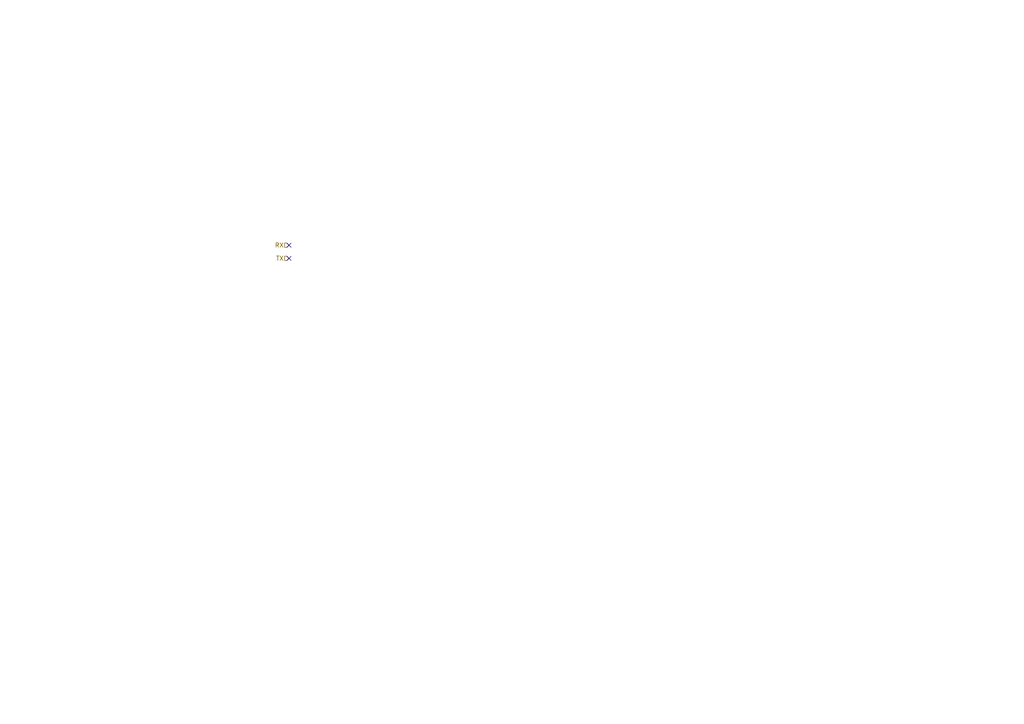
<source format=kicad_sch>
(kicad_sch (version 20230121) (generator eeschema)

  (uuid 1556e58b-8e91-49fd-a79e-485171a810dc)

  (paper "A4")

  (lib_symbols
  )


  (no_connect (at 83.82 71.12) (uuid 44a56a38-f799-4d7d-9bc5-736b668f0a7e))
  (no_connect (at 83.82 74.93) (uuid e35263f9-1166-41df-99d5-bb62bc9794ee))

  (hierarchical_label "TX" (shape input) (at 83.82 74.93 180) (fields_autoplaced)
    (effects (font (size 1.27 1.27)) (justify right))
    (uuid c88ac74c-a4ef-4ac9-9a50-d87922665875)
  )
  (hierarchical_label "RX" (shape input) (at 83.82 71.12 180) (fields_autoplaced)
    (effects (font (size 1.27 1.27)) (justify right))
    (uuid cc92930b-1205-4558-8d26-aab2c10b838b)
  )
)

</source>
